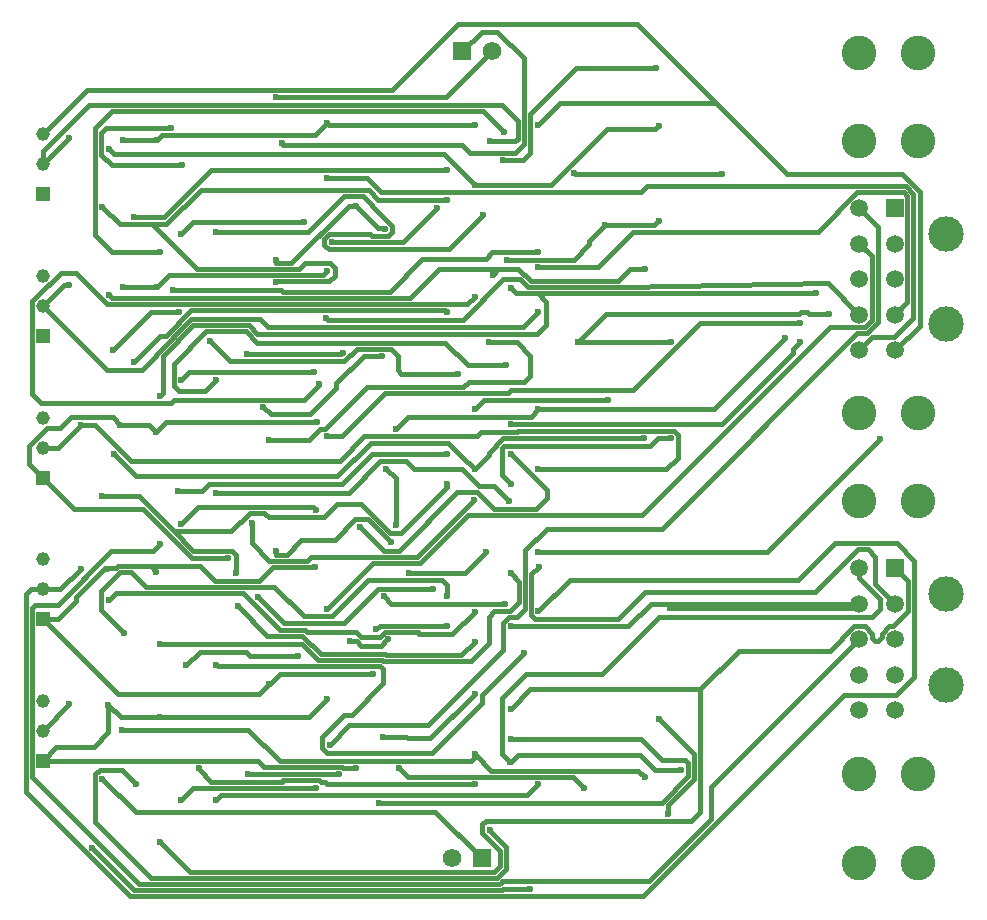
<source format=gbl>
G04*
G04 #@! TF.GenerationSoftware,Altium Limited,Altium Designer,22.1.2 (22)*
G04*
G04 Layer_Physical_Order=2*
G04 Layer_Color=16711680*
%FSLAX25Y25*%
%MOIN*%
G70*
G04*
G04 #@! TF.SameCoordinates,1384077E-11D3-43F0-9A77-4EE49B0B0899*
G04*
G04*
G04 #@! TF.FilePolarity,Positive*
G04*
G01*
G75*
%ADD51C,0.01500*%
%ADD54R,0.05984X0.05984*%
%ADD55C,0.05984*%
%ADD56C,0.11811*%
%ADD57C,0.04578*%
%ADD58R,0.04578X0.04578*%
%ADD59C,0.11516*%
%ADD60R,0.06201X0.06201*%
%ADD61C,0.06201*%
%ADD62C,0.02362*%
D51*
X141400Y211724D02*
X176124Y177000D01*
X163531Y193031D02*
X177562Y179000D01*
X300107D01*
X176124Y177000D02*
X347000D01*
X143461Y216539D02*
Y273082D01*
Y216539D02*
X179000Y181000D01*
X299278D01*
X143461Y273082D02*
X144379Y274000D01*
X141400Y211724D02*
Y277500D01*
X144379Y274000D02*
X152000D01*
X169900Y291900D01*
X141400Y277500D02*
X143106Y279206D01*
X293638Y197787D02*
Y200959D01*
X295062Y196363D02*
X295137D01*
X293638Y197787D02*
X295062Y196363D01*
X296069Y198569D02*
X301500Y193138D01*
X296069Y198569D02*
Y198794D01*
X295137Y196363D02*
X299500Y192000D01*
Y186879D02*
Y192000D01*
X301500Y186050D02*
Y193138D01*
X293638Y200959D02*
X294668Y201990D01*
X363190D01*
X366200Y205000D01*
X197100Y401500D02*
X234264D01*
X199000Y219370D02*
Y219500D01*
Y219370D02*
X203301Y215069D01*
X170490Y336486D02*
X172876Y334100D01*
X156402Y336486D02*
X170490D01*
X142500Y320910D02*
X147000Y316410D01*
X142500Y326915D02*
X148456Y332871D01*
X142500Y320910D02*
Y326915D01*
X147000Y316410D02*
X157610Y305800D01*
X152786Y332871D02*
X156402Y336486D01*
X148456Y332871D02*
X152786D01*
X176500Y322000D02*
X246100D01*
X164445Y334055D02*
X176500Y322000D01*
X159724Y334055D02*
X164445D01*
X152079Y326410D02*
X159724Y334055D01*
X172876Y334100D02*
X182400D01*
X189700Y341169D02*
X190962Y342431D01*
X146631Y341169D02*
X189700D01*
X143400Y344400D02*
X146631Y341169D01*
X190962Y342431D02*
X234031D01*
X227017Y378400D02*
X262700D01*
X226417Y379000D02*
X227017Y378400D01*
X190500Y379000D02*
X226417D01*
X262700Y378400D02*
X273500Y389200D01*
X288600Y374200D02*
X291000Y376600D01*
X281269Y372131D02*
X281800Y371600D01*
X196569Y372131D02*
X281269D01*
X169000Y377300D02*
X170100Y376200D01*
X269400D01*
X188043Y363605D02*
X196569Y372131D01*
X183269Y371769D02*
X192500D01*
X168400Y374200D02*
X288600D01*
X170500Y359000D02*
X183269Y371769D01*
X186305Y363605D02*
X188043D01*
X197295Y367200D02*
X215800D01*
X187100Y344600D02*
Y357005D01*
X184652Y356852D02*
Y357385D01*
X177614Y354914D02*
X186305Y363605D01*
X187100Y357005D02*
X197295Y367200D01*
X184652Y357385D02*
X196467Y369200D01*
X219400D01*
X158100Y384500D02*
X168400Y374200D01*
X269400Y376200D02*
X279217Y386017D01*
X180000Y352200D02*
X184652Y356852D01*
X246367Y357600D02*
X246767Y358000D01*
X215300Y357600D02*
X246367D01*
X209431Y355169D02*
X247607D01*
X246767Y358000D02*
X247000D01*
X251869Y359431D02*
X263007D01*
X247607Y355169D02*
X251869Y359431D01*
X195828Y351555D02*
X237445D01*
X237500Y351500D01*
X193173Y348900D02*
X195828Y351555D01*
X254000Y357000D02*
X260000D01*
X244972Y347972D02*
X254000Y357000D01*
X244972Y346363D02*
Y347972D01*
X263007Y359431D02*
X265431Y357007D01*
X214850Y365200D02*
X218619Y361431D01*
X236110Y337500D02*
X244972Y346363D01*
X218619Y361431D02*
X281310D01*
X288941Y353800D01*
X223000Y337500D02*
X236110D01*
X202780Y361820D02*
X209431Y355169D01*
X265431Y352231D02*
X266625Y351037D01*
X285437D01*
X265431Y352231D02*
Y357007D01*
X218600Y364400D02*
X311800D01*
X314800Y367400D01*
X215800Y367200D02*
X218600Y364400D01*
X261290Y344606D02*
X302039D01*
X303033Y345600D01*
X287273Y346606D02*
X289067Y348400D01*
X288941Y353800D02*
X301514D01*
X255206Y346606D02*
X287273D01*
X303033Y345600D02*
X343783D01*
X246900Y330216D02*
X261290Y344606D01*
X289067Y348400D02*
X307537D01*
X241247Y332647D02*
X255206Y346606D01*
X431400Y244000D02*
X437400Y250000D01*
X349034Y181862D02*
X369900Y202728D01*
X300140Y181862D02*
X349034D01*
X414000Y244000D02*
X431400D01*
X347000Y177000D02*
X414000Y244000D01*
X369900Y202728D02*
Y213180D01*
X355415Y204421D02*
Y207178D01*
X364200Y215963D02*
Y224300D01*
X259176Y208000D02*
X353409D01*
X362200Y216792D02*
Y221238D01*
X355415Y207178D02*
X364200Y215963D01*
X353409Y208000D02*
X362200Y216792D01*
X353415Y222385D02*
X361053D01*
X362200Y221238D01*
X351284Y219000D02*
X359769D01*
X366200Y205000D02*
Y245800D01*
X352500Y236000D02*
X364200Y224300D01*
X366200Y245800D02*
X379166Y258766D01*
X409486D01*
X426829Y263229D02*
Y264297D01*
X429314Y266782D02*
X430382D01*
X435400Y271800D01*
X423502Y262902D02*
X424381Y262023D01*
X417503Y266782D02*
X421017D01*
X409486Y258766D02*
X417503Y266782D01*
X423502Y262902D02*
Y264297D01*
X425623Y262023D02*
X426829Y263229D01*
X421017Y266782D02*
X423502Y264297D01*
X424381Y262023D02*
X425623D01*
X426829Y264297D02*
X429314Y266782D01*
X309452Y245800D02*
X366200D01*
X302996Y239345D02*
X309452Y245800D01*
X352609Y270109D02*
X423609D01*
X419260Y282840D02*
X426000Y276100D01*
Y272500D02*
Y276100D01*
X423609Y270109D02*
X426000Y272500D01*
X404568Y278300D02*
X418768Y292500D01*
X431650Y294500D02*
X437400Y288750D01*
X418768Y292500D02*
X422000D01*
X424500Y280922D02*
Y290000D01*
X422000Y292500D02*
X424500Y290000D01*
X411000Y294500D02*
X431650D01*
X398700Y282200D02*
X411000Y294500D01*
X424500Y280922D02*
X431071Y274351D01*
X421172Y366519D02*
X423502Y368849D01*
X409319Y366519D02*
X421172D01*
X423497Y363187D02*
X430781D01*
X418500Y364500D02*
X421982D01*
X430781Y363187D02*
X437313Y369720D01*
X419260Y358950D02*
X423497Y363187D01*
X421982Y364500D02*
X425600Y368118D01*
X423502Y368849D02*
Y390141D01*
X425600Y368118D02*
Y399854D01*
X353400Y299400D02*
X418500Y364500D01*
X346869Y304069D02*
X409319Y366519D01*
X437313Y369720D02*
Y411015D01*
X431278Y358950D02*
X439400Y367072D01*
X431071Y358950D02*
X431278D01*
X345097Y467600D02*
X371397Y441300D01*
X439400Y367072D02*
Y411757D01*
X255110Y416390D02*
X259931Y411569D01*
X346414D02*
X348345Y413500D01*
X395097Y417600D02*
X433557D01*
X439400Y411757D01*
X434828Y413500D02*
X437313Y411015D01*
X405364Y398300D02*
X418564Y411500D01*
X348345Y413500D02*
X434828D01*
X418564Y411500D02*
X434000D01*
X435313Y410187D01*
X259931Y411569D02*
X346414D01*
X435313Y375003D02*
Y410187D01*
X371397Y441300D02*
X395097Y417600D01*
X319600Y441300D02*
X371397D01*
X285600Y467600D02*
X345097D01*
X324700Y453000D02*
X351500D01*
X324000Y418000D02*
X324500Y417500D01*
X373500D01*
X223693Y445562D02*
X263562D01*
X285600Y467600D01*
X223631Y445500D02*
X223693Y445562D01*
X224769Y443200D02*
X281426D01*
X161683Y445500D02*
X223631D01*
X224700Y443131D02*
X224769Y443200D01*
X147000Y430817D02*
X161683Y445500D01*
X286951Y458567D02*
X293384Y465000D01*
X298584D01*
X307427Y456156D01*
X164400Y433100D02*
X170000Y438700D01*
X162500Y440700D02*
X300000D01*
X293700Y438700D02*
X300900Y431500D01*
X170000Y438700D02*
X293700D01*
X281426Y443200D02*
X296793Y458567D01*
X300000Y440700D02*
X305427Y435273D01*
X147000Y425200D02*
X162500Y440700D01*
X300107Y179000D02*
X300538Y179431D01*
X299709Y181431D02*
X299709D01*
X300538Y179431D02*
X309500D01*
X299709Y181431D02*
X300140Y181862D01*
X299278Y181000D02*
X299709Y181431D01*
X298881Y183431D02*
X298881D01*
X186126Y195100D02*
X196226Y185000D01*
X298450Y183000D02*
X298881Y183431D01*
X297621Y185000D02*
X298621Y186000D01*
X298881Y183431D02*
X301500Y186050D01*
X164400Y201757D02*
X183157Y183000D01*
X298450D01*
X196226Y185000D02*
X297621D01*
X164400Y201757D02*
Y217500D01*
X166000Y219100D01*
X173500D01*
X178200Y214400D01*
X298621Y186000D02*
X298621D01*
X299500Y186879D01*
X300150Y224251D02*
Y242950D01*
X303035Y221574D02*
X305461Y224000D01*
X346284D01*
X300150Y224251D02*
X302931Y221470D01*
X206400Y210500D02*
X308455D01*
X204800Y208900D02*
X206400Y210500D01*
X193200Y208900D02*
X197165Y212865D01*
X238074D01*
X370900Y339200D02*
X394600Y362900D01*
X397309Y359245D02*
X399531Y361467D01*
X397309Y358009D02*
Y359245D01*
X399531Y361467D02*
Y361700D01*
X288901Y304069D02*
X346869D01*
X373472Y334172D02*
X397309Y358009D01*
X366183Y368000D02*
X399431D01*
X343783Y345600D02*
X366183Y368000D01*
X312000Y377800D02*
X404800D01*
X401839Y371530D02*
X402369Y371000D01*
X409000D01*
X399295D02*
X399825Y371530D01*
X334900Y371000D02*
X399295D01*
X399825Y371530D02*
X401839D01*
X308800Y379800D02*
X340700D01*
X325500Y361586D02*
X334900Y371000D01*
X408821Y381200D02*
X419260Y370761D01*
X340700Y379800D02*
X408821Y381200D01*
X302996Y334172D02*
X373472D01*
X356262Y329500D02*
X356331Y329569D01*
X352100Y329500D02*
X356262D01*
X295812Y324761D02*
X300619Y329569D01*
X295812Y323980D02*
Y324761D01*
X291000Y319176D02*
X291008D01*
X295812Y323980D01*
X300619Y329569D02*
X347500D01*
X309700Y336700D02*
X312200Y339200D01*
X357500Y332000D02*
X358800Y330700D01*
X268800Y336700D02*
X309700D01*
X293300Y331700D02*
X305200D01*
X305500Y332000D02*
X357500D01*
X312200Y339200D02*
X370900D01*
X305200Y331700D02*
X305500Y332000D01*
X291800Y330200D02*
X293300Y331700D01*
X291935Y311531D02*
X297397Y306069D01*
X311490D02*
X315000Y309579D01*
X297362Y313638D02*
X302500Y308500D01*
X297397Y306069D02*
X311490D01*
X292462Y313638D02*
X297362D01*
X272901Y288069D02*
X288901Y304069D01*
X285176Y311531D02*
X291935D01*
X265714Y292069D02*
X285176Y311531D01*
X315000Y309579D02*
Y312393D01*
X287842Y284700D02*
X294900Y291758D01*
X269000Y284700D02*
X287842D01*
X280000Y282269D02*
X281700Y280569D01*
X243400Y270200D02*
X255469Y282269D01*
X258958Y279258D02*
X277100D01*
X247600Y267900D02*
X258958Y279258D01*
X281700Y276800D02*
Y280569D01*
X255469Y282269D02*
X280000D01*
X276958Y224758D02*
X293431Y241231D01*
Y243931D01*
X307500Y258000D01*
X241692Y224758D02*
X276958D01*
X218698Y222002D02*
X220700Y220000D01*
X290835Y223100D02*
Y224180D01*
X291000Y224345D01*
X246848Y220000D02*
X247279Y219569D01*
X186027Y236527D02*
X186054Y236554D01*
X268757Y216776D02*
X323724D01*
X226000Y222000D02*
X289735D01*
X247279Y219569D02*
X251500D01*
X265964D02*
X268757Y216776D01*
X289735Y222000D02*
X290835Y223100D01*
X186054Y236554D02*
X235854D01*
X215556Y232444D02*
X226000Y222000D01*
X220700Y220000D02*
X246848D01*
X215500Y217500D02*
X215514Y217486D01*
X245924D01*
X227091Y215486D02*
X239271D01*
X241886Y214300D02*
X291000D01*
X241117Y215069D02*
X241886Y214300D01*
X226673Y215069D02*
X227091Y215486D01*
X239271D02*
X239688Y215069D01*
X203301D02*
X226673D01*
X239688D02*
X241117D01*
X238074Y212865D02*
X238264Y213055D01*
X300150Y242950D02*
X308100Y250900D01*
X346284Y224000D02*
X351284Y219000D01*
X303000Y229345D02*
X346455D01*
X353415Y222385D01*
X178000Y205000D02*
X277843D01*
X345424Y218776D02*
X347669Y216531D01*
X308455Y210500D02*
X312300Y214345D01*
X296569Y218776D02*
X345424D01*
X166900Y216100D02*
X178000Y205000D01*
X277843D02*
X293343Y189500D01*
X323724Y216776D02*
X327500Y213000D01*
X304549Y428500D02*
X305427Y429379D01*
Y435273D01*
X296000Y428500D02*
X304549D01*
X169000Y275500D02*
X171500Y278000D01*
X166569Y272231D02*
Y278524D01*
X172976Y284931D01*
X166569Y272231D02*
X174300Y264500D01*
X171500Y278000D02*
X213960D01*
X167500Y286000D02*
X168500D01*
X168665Y286165D01*
X158220Y276720D02*
X167500Y286000D01*
X169900Y291900D02*
X183700D01*
X152106Y269206D02*
X158220Y275320D01*
X147000Y269206D02*
X152106D01*
X158220Y275320D02*
Y276720D01*
X172148Y286931D02*
X183069D01*
X171381Y286165D02*
X172148Y286931D01*
X168665Y286165D02*
X171381D01*
X147000Y222002D02*
X218698D01*
X268694Y229600D02*
X276255D01*
X260500Y230000D02*
X268294D01*
X268694Y229600D01*
X272585Y264369D02*
X283614D01*
X251431Y264931D02*
X252993Y263369D01*
X260993Y264931D02*
X272023D01*
X281569Y266931D02*
X281700Y266800D01*
X252993Y263369D02*
X259431D01*
X234358Y265742D02*
X235169Y264931D01*
X259364Y266931D02*
X281569D01*
X272023Y264931D02*
X272585Y264369D01*
X235169Y264931D02*
X251431D01*
X253134Y260400D02*
X259667D01*
X259431Y263369D02*
X260993Y264931D01*
X261767Y262500D02*
X262000D01*
X283614Y264369D02*
X291004Y271758D01*
X259667Y260400D02*
X261767Y262500D01*
X258233Y265800D02*
X259364Y266931D01*
X258000Y265800D02*
X258233D01*
X263200Y274300D02*
X301042D01*
X260673Y276827D02*
X263200Y274300D01*
X227520Y267900D02*
X247600D01*
X260316Y255462D02*
X260597Y255181D01*
X261144Y257462D02*
X261425Y257181D01*
X239738Y257462D02*
X261144D01*
X260597Y255181D02*
X289681D01*
X238910Y255462D02*
X260316D01*
X260500Y247800D02*
Y252449D01*
X289681Y255181D02*
X295700Y261200D01*
X286423Y257181D02*
X291000Y261758D01*
X261425Y257181D02*
X286423D01*
X259488Y253462D02*
X260500Y252449D01*
X205338Y253462D02*
X259488D01*
X249500Y262000D02*
X249665Y261835D01*
X251698D02*
X253134Y260400D01*
X249665Y261835D02*
X251698D01*
X255500Y302500D02*
X263000Y295000D01*
X251283Y302500D02*
X255500D01*
X262900Y298069D02*
X266369D01*
X245271Y307700D02*
X253269D01*
X262900Y298069D01*
X264783Y300500D02*
Y316156D01*
X235822Y329000D02*
X239469Y332647D01*
X222500Y329000D02*
X235822D01*
X220500Y340000D02*
X223000Y337500D01*
X234031Y342431D02*
X239000Y347400D01*
X184898Y331602D02*
X188295Y335000D01*
X238400D01*
X178062Y317000D02*
X245258D01*
X170877Y324185D02*
X178062Y317000D01*
X334500Y400500D02*
X350867D01*
X329183Y394183D02*
Y395183D01*
X352267Y401900D02*
X352500D01*
X324031Y389031D02*
X329183Y394183D01*
X350867Y400500D02*
X352267Y401900D01*
X329183Y395183D02*
X334500Y400500D01*
X301845Y389031D02*
X324031D01*
X168976Y240700D02*
X173123Y236554D01*
X186000D01*
X235854D02*
X241900Y242600D01*
X226031Y251031D02*
X257000D01*
X219200Y244200D02*
X226031Y251031D01*
X172006Y244200D02*
X219200D01*
X214888Y258336D02*
X216225Y257000D01*
X199346Y258336D02*
X214888D01*
X216225Y257000D02*
X232000D01*
X204800Y254000D02*
X205338Y253462D01*
X164000Y226500D02*
X168976Y231476D01*
X151498Y226500D02*
X164000D01*
X168976Y231476D02*
Y240700D01*
X250054Y237354D02*
X260500Y247800D01*
X349600Y327000D02*
X352100Y329500D01*
X300000Y326121D02*
X300879Y327000D01*
X349600D01*
X300000Y317172D02*
Y326121D01*
Y317172D02*
X303000Y314172D01*
X303193Y324200D02*
X315000Y312393D01*
X252700Y300069D02*
X252731D01*
X260731Y292069D01*
X244397Y295614D02*
X251283Y302500D01*
X182400Y334100D02*
X184898Y331602D01*
X241900Y330216D02*
X246900D01*
X145000Y377000D02*
X153267Y384500D01*
X158100D01*
X335062Y432500D02*
X351267D01*
X316562Y414000D02*
X335062Y432500D01*
X291004Y414000D02*
X316562D01*
X259923Y404000D02*
X259923D01*
X253665Y410258D02*
X259923Y404000D01*
X247358Y410258D02*
X253665D01*
X259923Y404000D02*
X263565Y400358D01*
X241910Y416390D02*
X255110D01*
X258958Y409000D02*
X281700D01*
X255867Y394920D02*
X266989D01*
X255700Y412258D02*
X258958Y409000D01*
X266989Y394920D02*
X278500Y406431D01*
X204800Y398400D02*
X235500D01*
X247358Y410258D01*
X224700Y387933D02*
Y389000D01*
Y387933D02*
X229966D01*
X249018Y406984D01*
X183500Y400800D02*
X198367Y385933D01*
X240624Y383933D02*
X241933Y385242D01*
X244400Y383700D02*
Y386250D01*
X242500Y381800D02*
X244400Y383700D01*
X225000Y381800D02*
X242500D01*
X232633Y385933D02*
X234500Y387800D01*
X224700Y381500D02*
X225000Y381800D01*
X185000Y379800D02*
X189133Y383933D01*
X242850Y387800D02*
X244400Y386250D01*
X234500Y387800D02*
X242850D01*
X189133Y383933D02*
X240624D01*
X198367Y385933D02*
X232633D01*
X239000Y347400D02*
Y347500D01*
X251500Y406984D02*
X258969Y399516D01*
X260969D02*
X261134Y399351D01*
X258969Y399516D02*
X260969D01*
X263565Y398344D02*
Y400358D01*
X242393Y397531D02*
X256084D01*
X242393Y392669D02*
X282569D01*
X293900Y404000D01*
X240969Y394093D02*
X242393Y392669D01*
X240969Y394093D02*
Y396107D01*
X256695Y396920D02*
X262141D01*
X240969Y396107D02*
X242393Y397531D01*
X256084D02*
X256695Y396920D01*
X262141D02*
X263565Y398344D01*
X249018Y406984D02*
X250658D01*
X255686Y395100D02*
X255867Y394920D01*
X243400Y395100D02*
X255686D01*
X312300Y434000D02*
X319600Y441300D01*
X352267Y433500D02*
X352500D01*
X351267Y432500D02*
X352267Y433500D01*
X309427Y437727D02*
X324700Y453000D01*
X183069Y287000D02*
X199600D01*
X300500Y422200D02*
X307131D01*
X309427Y424496D01*
Y437727D01*
X356300Y273000D02*
X419260D01*
X349651Y274351D02*
X419260D01*
X291000Y319176D02*
X291004Y319172D01*
X286400Y323776D02*
X291000Y319176D01*
X298917Y386017D02*
X305470D01*
X279217D02*
X298917D01*
X190700Y298500D02*
X197200Y292000D01*
X183500Y400800D02*
X188200D01*
X172800D02*
X183500D01*
X224700Y290737D02*
X228337D01*
X240200Y226250D02*
X241692Y224758D01*
X240200Y226250D02*
Y230000D01*
X247554Y237354D01*
X250054D01*
X201227Y345300D02*
X204827Y348900D01*
X192500Y345300D02*
X201227D01*
X190700Y347100D02*
X192500Y345300D01*
X190700Y347100D02*
Y354278D01*
X201622Y365200D01*
X214850D01*
X325500Y361586D02*
X356331D01*
X312300Y291758D02*
X388558D01*
X426100Y329300D01*
X241500Y369700D02*
X242100Y369100D01*
X287165D01*
X300565Y382500D01*
X306100D01*
X308800Y379800D01*
X203238Y419000D02*
X281700D01*
X187638Y403400D02*
X203238Y419000D01*
X177614Y403400D02*
X187638D01*
X173500Y232444D02*
X215556D01*
X260731Y292069D02*
X265714D01*
X216810Y294527D02*
Y301390D01*
Y294527D02*
X222600Y288737D01*
X235100D01*
X236431Y290069D01*
X271896D01*
X290928Y309100D01*
X147000Y222002D02*
X151498Y226500D01*
X218720Y276700D02*
X227520Y267900D01*
X143400Y344400D02*
Y375400D01*
X145000Y377000D01*
X264800Y332700D02*
X268800Y336700D01*
X312200Y386586D02*
X331986D01*
X343700Y398300D01*
X405364D01*
X431071Y370761D02*
X435313Y375003D01*
X147000Y232002D02*
X155798Y240800D01*
X155839D01*
X312300Y319172D02*
X354972D01*
X358800Y323000D01*
Y330700D01*
X254300Y330200D02*
X291800D01*
X246100Y322000D02*
X254300Y330200D01*
X147000Y373613D02*
X153987Y380600D01*
X155824D01*
X147000Y420817D02*
X155783Y429600D01*
X155824D01*
X166909Y310200D02*
X179000D01*
X197200Y292000D02*
X210000D01*
X211500Y290500D01*
Y284529D02*
Y290500D01*
X166900Y406700D02*
X172800Y400800D01*
X188200D02*
X199658Y412258D01*
X255700D01*
X147000Y269206D02*
X172006Y244200D01*
X223800Y286600D02*
X237700D01*
X219298Y282098D02*
X223800Y286600D01*
X204502Y282098D02*
X219298D01*
X199600Y287000D02*
X204502Y282098D01*
X157610Y305800D02*
X180500D01*
X196771Y289529D01*
X208700D01*
X173676Y379800D02*
X185000D01*
X173675Y428801D02*
X185000D01*
X183700Y291900D02*
X186126Y294326D01*
X369900Y213180D02*
X419260Y262540D01*
X242433Y434000D02*
X291004D01*
X241933Y434500D02*
X242433Y434000D01*
X185000Y428801D02*
X186699Y430500D01*
X237933D01*
X241933Y434500D01*
X164400Y397300D02*
Y433100D01*
Y397300D02*
X170100Y391600D01*
X186126D01*
X147000Y420817D02*
Y425200D01*
X307427Y427500D02*
Y456156D01*
X304559Y424631D02*
X307427Y427500D01*
X289569Y424631D02*
X304559D01*
X286800Y427400D02*
X289569Y424631D01*
X227302Y427400D02*
X286800D01*
X226700Y428002D02*
X227302Y427400D01*
X179000Y310200D02*
X190700Y298500D01*
X209769D01*
X216000Y304731D01*
X220800D01*
X222407Y303124D01*
X240695D01*
X245271Y307700D01*
X266369Y298069D02*
X281700Y313400D01*
Y314200D01*
X237088Y306731D02*
X238264Y305555D01*
X198951Y306731D02*
X237088D01*
X193173Y300954D02*
X198951Y306731D01*
X419260Y406194D02*
X425600Y399854D01*
X315000Y299400D02*
X353400D01*
X307869Y292269D02*
X315000Y299400D01*
X307869Y272500D02*
Y292269D01*
X305164Y269795D02*
X307869Y272500D01*
X302500Y269795D02*
X305164D01*
X300500Y267795D02*
X302500Y269795D01*
X300500Y258900D02*
Y267795D01*
X275400Y233800D02*
X300500Y258900D01*
X249183Y233800D02*
X275400D01*
X242700Y227317D02*
X249183Y233800D01*
X312300Y271800D02*
X322700Y282200D01*
X398700D01*
X437400Y250000D02*
Y288750D01*
X143106Y279206D02*
X147000D01*
X303000Y284473D02*
X305869Y281604D01*
Y275000D02*
Y281604D01*
X302738Y271869D02*
X305869Y275000D01*
X297500Y271869D02*
X302738D01*
X295700Y270069D02*
X297500Y271869D01*
X295700Y261200D02*
Y270069D01*
X233571Y260800D02*
X238910Y255462D01*
X186126Y260800D02*
X233571D01*
X347800Y278300D02*
X404568D01*
X338869Y269369D02*
X347800Y278300D01*
X311250Y269369D02*
X338869D01*
X309869Y270750D02*
X311250Y269369D01*
X309869Y270750D02*
Y284227D01*
X312400Y286758D01*
X239469Y332647D02*
X241247D01*
X307537Y348400D02*
X309537Y350400D01*
Y357063D01*
X305014Y361586D02*
X309537Y357063D01*
X295800Y361586D02*
X305014D01*
X192100Y312100D02*
X200300D01*
X202400Y314200D01*
X246982D01*
X256982Y324200D01*
X281700D01*
X286831Y319269D02*
X292462Y313638D01*
X270831Y319269D02*
X286831D01*
X268300Y321800D02*
X270831Y319269D01*
X259530Y321800D02*
X268300D01*
X249030Y311300D02*
X259530Y321800D01*
X204827Y311300D02*
X249030D01*
X261600Y319339D02*
X264783Y316156D01*
X286400Y323776D02*
Y323776D01*
X282076Y328100D02*
X286400Y323776D01*
X256358Y328100D02*
X282076D01*
X245258Y317000D02*
X256358Y328100D01*
X291000Y224345D02*
X296569Y218776D01*
X419260Y282840D02*
Y286162D01*
X333400Y250900D02*
X352609Y270109D01*
X308100Y250900D02*
X333400D01*
X303000Y379700D02*
X304900Y377800D01*
X312000D01*
X314800Y375000D01*
Y367400D02*
Y375000D01*
X186100Y343600D02*
X187100Y344600D01*
X147000Y373613D02*
X168413Y352200D01*
X180000D01*
X219400Y369200D02*
X222000Y366600D01*
X307286D01*
X312286Y371600D01*
X435400Y271800D02*
Y281833D01*
X431071Y286162D02*
X435400Y281833D01*
X338676Y381800D02*
X342876Y386000D01*
X309687Y381800D02*
X338676D01*
X305470Y386017D02*
X309687Y381800D01*
X193173Y397573D02*
X197100Y401500D01*
X303000Y266800D02*
X342100D01*
X349651Y274351D01*
X194910Y253900D02*
X199346Y258336D01*
X212179Y273521D02*
X221958Y263742D01*
X233458D01*
X239738Y257462D01*
X273500Y389200D02*
X294651D01*
X296969Y391517D01*
X312200D01*
X297000Y384100D02*
X298917Y386017D01*
X342876Y386000D02*
X347669D01*
X183069Y286931D02*
X184898Y285102D01*
X172976Y284931D02*
X176600D01*
X181433Y280098D01*
X224102D01*
X234000Y270200D01*
X243400D01*
X147000Y279206D02*
X152848D01*
X159724Y286083D01*
X241900Y272659D02*
X257309Y288069D01*
X272901D01*
X419260Y394383D02*
X423502Y390141D01*
X283700Y421304D02*
X291004Y414000D01*
X283700Y421304D02*
Y421304D01*
X280804Y424200D02*
X283700Y421304D01*
X170900Y424200D02*
X280804D01*
X169000Y426100D02*
X170900Y424200D01*
X276255Y229600D02*
X291000Y244345D01*
X294228Y342400D02*
X335500D01*
X291000Y339172D02*
X294228Y342400D01*
X224700Y290737D02*
Y292000D01*
X228337Y290737D02*
X233214Y295614D01*
X244397D01*
X213960Y278000D02*
X226218Y265742D01*
X234358D01*
X168250Y433000D02*
X189700D01*
X166500Y431250D02*
X168250Y433000D01*
X166500Y424100D02*
Y431250D01*
Y424100D02*
X170000Y420600D01*
X193500D01*
X147000Y326410D02*
X152079D01*
X419260Y273000D02*
Y274351D01*
D54*
X431071Y286162D02*
D03*
Y406194D02*
D03*
D55*
Y274351D02*
D03*
Y262540D02*
D03*
Y250729D02*
D03*
Y238918D02*
D03*
X419260Y286162D02*
D03*
Y274351D02*
D03*
Y262540D02*
D03*
Y250729D02*
D03*
Y238918D02*
D03*
Y358950D02*
D03*
Y370761D02*
D03*
Y382572D02*
D03*
Y394383D02*
D03*
Y406194D02*
D03*
X431071Y358950D02*
D03*
Y370761D02*
D03*
Y382572D02*
D03*
Y394383D02*
D03*
D56*
X448000Y277658D02*
D03*
Y247422D02*
D03*
Y367454D02*
D03*
Y397690D02*
D03*
D57*
X147000Y242002D02*
D03*
Y232002D02*
D03*
Y279206D02*
D03*
Y289206D02*
D03*
Y326410D02*
D03*
Y336410D02*
D03*
Y373613D02*
D03*
Y383613D02*
D03*
Y420817D02*
D03*
Y430817D02*
D03*
D58*
Y222002D02*
D03*
Y269206D02*
D03*
Y316410D02*
D03*
Y363613D02*
D03*
Y410817D02*
D03*
D59*
X438685Y217500D02*
D03*
Y187972D02*
D03*
X419000Y217500D02*
D03*
Y187972D02*
D03*
Y308468D02*
D03*
Y337996D02*
D03*
X438685Y308468D02*
D03*
Y337996D02*
D03*
X419000Y428500D02*
D03*
Y458028D02*
D03*
X438685Y428500D02*
D03*
Y458028D02*
D03*
D60*
X286951Y458567D02*
D03*
X293343Y189500D02*
D03*
D61*
X296793Y458567D02*
D03*
X283500Y189500D02*
D03*
D62*
X163531Y193031D02*
D03*
X186000Y236554D02*
D03*
X296069Y198794D02*
D03*
X199000Y219500D02*
D03*
X172876Y334100D02*
D03*
X190500Y379000D02*
D03*
X192500Y371769D02*
D03*
X170500Y359000D02*
D03*
X247000Y358000D02*
D03*
X237500Y351500D02*
D03*
X260000Y357000D02*
D03*
X355415Y204421D02*
D03*
X359769Y219000D02*
D03*
X351500Y453000D02*
D03*
X373500Y417500D02*
D03*
X224700Y443131D02*
D03*
X309500Y179431D02*
D03*
X302931Y221470D02*
D03*
X204800Y208900D02*
D03*
X193200D02*
D03*
X399531Y361700D02*
D03*
X394600Y362900D02*
D03*
X399431Y368000D02*
D03*
X356331Y329569D02*
D03*
X347500D02*
D03*
X302996Y334172D02*
D03*
X302500Y308500D02*
D03*
X269000Y284700D02*
D03*
X307500Y258000D02*
D03*
X265964Y219569D02*
D03*
X251500D02*
D03*
X245924Y217486D02*
D03*
X238264Y213055D02*
D03*
X291000Y214300D02*
D03*
X347669Y216531D02*
D03*
X352500Y236000D02*
D03*
X327500Y213000D02*
D03*
X296000Y428500D02*
D03*
X169000Y275500D02*
D03*
X168500Y286000D02*
D03*
X215500Y217500D02*
D03*
X260500Y230000D02*
D03*
X262000Y262500D02*
D03*
X258000Y265800D02*
D03*
X260673Y276827D02*
D03*
X264783Y300500D02*
D03*
X263000Y295000D02*
D03*
X222500Y329000D02*
D03*
X220500Y340000D02*
D03*
X170877Y324185D02*
D03*
X159724Y334055D02*
D03*
X334500Y400500D02*
D03*
X352500Y401900D02*
D03*
X222500Y247500D02*
D03*
X257000Y251031D02*
D03*
X249500Y262000D02*
D03*
X232000Y257000D02*
D03*
X186126Y195100D02*
D03*
X252700Y300069D02*
D03*
X281700Y409000D02*
D03*
X278500Y406431D02*
D03*
X224700Y389000D02*
D03*
Y381500D02*
D03*
X239000Y347500D02*
D03*
X261134Y399351D02*
D03*
X312300Y434000D02*
D03*
X352500Y433500D02*
D03*
X324000Y418000D02*
D03*
X404800Y377800D02*
D03*
X204800Y254000D02*
D03*
X204827Y348900D02*
D03*
X301514Y353800D02*
D03*
X409000Y371000D02*
D03*
X356331Y361586D02*
D03*
X325500D02*
D03*
X300500Y422200D02*
D03*
X312300Y291758D02*
D03*
X426100Y329300D02*
D03*
X241500Y369700D02*
D03*
X241910Y416390D02*
D03*
X193173Y348900D02*
D03*
X178200Y214400D02*
D03*
X281800Y371600D02*
D03*
X177614Y354914D02*
D03*
X281700Y419000D02*
D03*
X177614Y403400D02*
D03*
X173500Y232444D02*
D03*
X291000Y224345D02*
D03*
X303000Y229345D02*
D03*
X259176Y208000D02*
D03*
X303193Y324200D02*
D03*
X166900Y216100D02*
D03*
X216810Y301390D02*
D03*
X290928Y309100D02*
D03*
X285437Y351037D02*
D03*
X202780Y361820D02*
D03*
X241900Y242600D02*
D03*
X168976Y240700D02*
D03*
X277100Y279258D02*
D03*
X218720Y276700D02*
D03*
X291000Y376600D02*
D03*
X243400Y395100D02*
D03*
X264800Y332700D02*
D03*
X312200Y386586D02*
D03*
X155839Y240800D02*
D03*
X312300Y319172D02*
D03*
X155824Y380600D02*
D03*
Y429600D02*
D03*
X166909Y310200D02*
D03*
X211500Y284529D02*
D03*
X166900Y406700D02*
D03*
X237700Y286600D02*
D03*
X208700Y289529D02*
D03*
X184898Y331602D02*
D03*
X185000Y379800D02*
D03*
X173676D02*
D03*
X251500Y406984D02*
D03*
X173675Y428801D02*
D03*
X186126Y294326D02*
D03*
X281700Y266800D02*
D03*
X291004Y434000D02*
D03*
X241933Y434500D02*
D03*
X234264Y401500D02*
D03*
X185000Y428801D02*
D03*
X300900Y431500D02*
D03*
X186126Y391600D02*
D03*
X226700Y428002D02*
D03*
X281700Y314200D02*
D03*
X238264Y305555D02*
D03*
X193173Y300954D02*
D03*
X241900Y330216D02*
D03*
X242700Y227317D02*
D03*
X312300Y271800D02*
D03*
X303000Y284473D02*
D03*
X186126Y260800D02*
D03*
X301042Y274300D02*
D03*
X312400Y286758D02*
D03*
X295800Y361586D02*
D03*
X192100Y312100D02*
D03*
X281700Y324200D02*
D03*
X204827Y311300D02*
D03*
X261600Y319339D02*
D03*
X291004Y319172D02*
D03*
X312300Y214345D02*
D03*
X303000Y379700D02*
D03*
X186100Y343600D02*
D03*
X312286Y371600D02*
D03*
X303000Y314172D02*
D03*
X302996Y239345D02*
D03*
X347669Y386000D02*
D03*
X169000Y377300D02*
D03*
X193173Y397573D02*
D03*
X303000Y266800D02*
D03*
X194910Y253900D02*
D03*
X212179Y273521D02*
D03*
X291000Y261758D02*
D03*
X301845Y389031D02*
D03*
X312200Y391517D02*
D03*
X297000Y384100D02*
D03*
X184898Y285102D02*
D03*
X174300Y264500D02*
D03*
X281700Y276800D02*
D03*
X159724Y286083D02*
D03*
X241900Y272659D02*
D03*
X312200Y339200D02*
D03*
X241933Y385242D02*
D03*
X293900Y404000D02*
D03*
X204800Y398400D02*
D03*
X291004Y414000D02*
D03*
X169000Y426100D02*
D03*
X291000Y244345D02*
D03*
X335500Y342400D02*
D03*
X291000Y339172D02*
D03*
X238400Y335000D02*
D03*
X224700Y292000D02*
D03*
X215300Y357600D02*
D03*
X291004Y271758D02*
D03*
X294900Y291758D02*
D03*
X189700Y433000D02*
D03*
X193500Y420600D02*
D03*
X356300Y273000D02*
D03*
M02*

</source>
